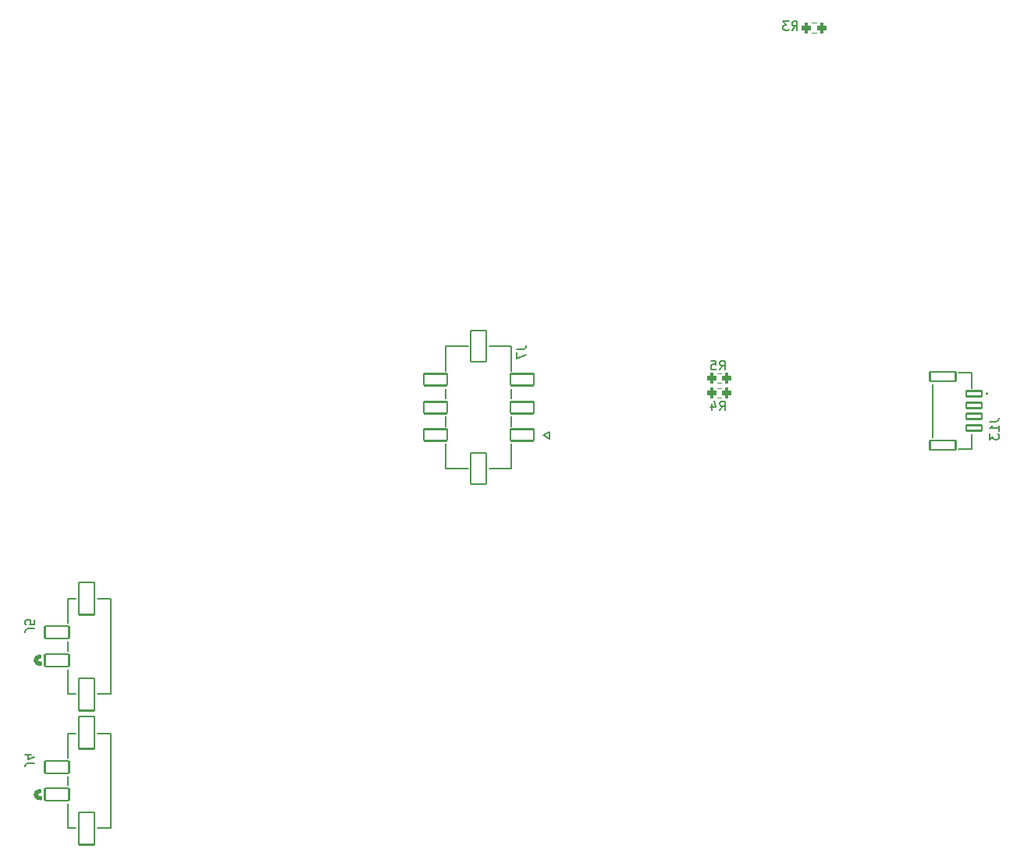
<source format=gbo>
G04 #@! TF.GenerationSoftware,KiCad,Pcbnew,7.0.6*
G04 #@! TF.CreationDate,2024-01-11T23:04:39-08:00*
G04 #@! TF.ProjectId,midplate,6d696470-6c61-4746-952e-6b696361645f,rev?*
G04 #@! TF.SameCoordinates,Original*
G04 #@! TF.FileFunction,Legend,Bot*
G04 #@! TF.FilePolarity,Positive*
%FSLAX46Y46*%
G04 Gerber Fmt 4.6, Leading zero omitted, Abs format (unit mm)*
G04 Created by KiCad (PCBNEW 7.0.6) date 2024-01-11 23:04:39*
%MOMM*%
%LPD*%
G01*
G04 APERTURE LIST*
G04 Aperture macros list*
%AMRoundRect*
0 Rectangle with rounded corners*
0 $1 Rounding radius*
0 $2 $3 $4 $5 $6 $7 $8 $9 X,Y pos of 4 corners*
0 Add a 4 corners polygon primitive as box body*
4,1,4,$2,$3,$4,$5,$6,$7,$8,$9,$2,$3,0*
0 Add four circle primitives for the rounded corners*
1,1,$1+$1,$2,$3*
1,1,$1+$1,$4,$5*
1,1,$1+$1,$6,$7*
1,1,$1+$1,$8,$9*
0 Add four rect primitives between the rounded corners*
20,1,$1+$1,$2,$3,$4,$5,0*
20,1,$1+$1,$4,$5,$6,$7,0*
20,1,$1+$1,$6,$7,$8,$9,0*
20,1,$1+$1,$8,$9,$2,$3,0*%
G04 Aperture macros list end*
%ADD10C,0.150000*%
%ADD11C,0.120000*%
%ADD12C,0.152400*%
%ADD13C,0.508000*%
%ADD14C,0.127000*%
%ADD15C,0.200000*%
%ADD16RoundRect,0.301600X-0.200000X-0.275000X0.200000X-0.275000X0.200000X0.275000X-0.200000X0.275000X0*%
%ADD17R,1.700000X1.700000*%
%ADD18O,1.700000X1.700000*%
%ADD19C,3.903200*%
%ADD20C,6.403200*%
%ADD21C,4.700000*%
%ADD22C,0.903200*%
%ADD23RoundRect,0.102000X1.387500X-1.387500X1.387500X1.387500X-1.387500X1.387500X-1.387500X-1.387500X0*%
%ADD24C,2.979000*%
%ADD25C,2.983200*%
%ADD26RoundRect,0.102000X-0.754000X0.754000X-0.754000X-0.754000X0.754000X-0.754000X0.754000X0.754000X0*%
%ADD27C,1.712000*%
%ADD28RoundRect,0.101600X1.308100X-0.673100X1.308100X0.673100X-1.308100X0.673100X-1.308100X-0.673100X0*%
%ADD29RoundRect,0.101600X0.863600X-1.752600X0.863600X1.752600X-0.863600X1.752600X-0.863600X-1.752600X0*%
%ADD30RoundRect,0.301600X0.200000X0.275000X-0.200000X0.275000X-0.200000X-0.275000X0.200000X-0.275000X0*%
%ADD31RoundRect,0.102000X-0.850000X-0.300000X0.850000X-0.300000X0.850000X0.300000X-0.850000X0.300000X0*%
%ADD32RoundRect,0.102000X1.400000X0.500000X-1.400000X0.500000X-1.400000X-0.500000X1.400000X-0.500000X0*%
%ADD33RoundRect,0.101600X-1.270000X0.635000X-1.270000X-0.635000X1.270000X-0.635000X1.270000X0.635000X0*%
%ADD34RoundRect,0.101600X-0.825500X1.714500X-0.825500X-1.714500X0.825500X-1.714500X0.825500X1.714500X0*%
G04 APERTURE END LIST*
D10*
X189625266Y-42822019D02*
X189958599Y-42345828D01*
X190196694Y-42822019D02*
X190196694Y-41822019D01*
X190196694Y-41822019D02*
X189815742Y-41822019D01*
X189815742Y-41822019D02*
X189720504Y-41869638D01*
X189720504Y-41869638D02*
X189672885Y-41917257D01*
X189672885Y-41917257D02*
X189625266Y-42012495D01*
X189625266Y-42012495D02*
X189625266Y-42155352D01*
X189625266Y-42155352D02*
X189672885Y-42250590D01*
X189672885Y-42250590D02*
X189720504Y-42298209D01*
X189720504Y-42298209D02*
X189815742Y-42345828D01*
X189815742Y-42345828D02*
X190196694Y-42345828D01*
X189291932Y-41822019D02*
X188672885Y-41822019D01*
X188672885Y-41822019D02*
X189006218Y-42202971D01*
X189006218Y-42202971D02*
X188863361Y-42202971D01*
X188863361Y-42202971D02*
X188768123Y-42250590D01*
X188768123Y-42250590D02*
X188720504Y-42298209D01*
X188720504Y-42298209D02*
X188672885Y-42393447D01*
X188672885Y-42393447D02*
X188672885Y-42631542D01*
X188672885Y-42631542D02*
X188720504Y-42726780D01*
X188720504Y-42726780D02*
X188768123Y-42774400D01*
X188768123Y-42774400D02*
X188863361Y-42822019D01*
X188863361Y-42822019D02*
X189149075Y-42822019D01*
X189149075Y-42822019D02*
X189244313Y-42774400D01*
X189244313Y-42774400D02*
X189291932Y-42726780D01*
X181776666Y-84097019D02*
X182109999Y-83620828D01*
X182348094Y-84097019D02*
X182348094Y-83097019D01*
X182348094Y-83097019D02*
X181967142Y-83097019D01*
X181967142Y-83097019D02*
X181871904Y-83144638D01*
X181871904Y-83144638D02*
X181824285Y-83192257D01*
X181824285Y-83192257D02*
X181776666Y-83287495D01*
X181776666Y-83287495D02*
X181776666Y-83430352D01*
X181776666Y-83430352D02*
X181824285Y-83525590D01*
X181824285Y-83525590D02*
X181871904Y-83573209D01*
X181871904Y-83573209D02*
X181967142Y-83620828D01*
X181967142Y-83620828D02*
X182348094Y-83620828D01*
X180919523Y-83430352D02*
X180919523Y-84097019D01*
X181157618Y-83049400D02*
X181395713Y-83763685D01*
X181395713Y-83763685D02*
X180776666Y-83763685D01*
X107438280Y-122416333D02*
X106723995Y-122416333D01*
X106723995Y-122416333D02*
X106581138Y-122463952D01*
X106581138Y-122463952D02*
X106485900Y-122559190D01*
X106485900Y-122559190D02*
X106438280Y-122702047D01*
X106438280Y-122702047D02*
X106438280Y-122797285D01*
X107104947Y-121511571D02*
X106438280Y-121511571D01*
X107485900Y-121749666D02*
X106771614Y-121987761D01*
X106771614Y-121987761D02*
X106771614Y-121368714D01*
X181776666Y-79702819D02*
X182109999Y-79226628D01*
X182348094Y-79702819D02*
X182348094Y-78702819D01*
X182348094Y-78702819D02*
X181967142Y-78702819D01*
X181967142Y-78702819D02*
X181871904Y-78750438D01*
X181871904Y-78750438D02*
X181824285Y-78798057D01*
X181824285Y-78798057D02*
X181776666Y-78893295D01*
X181776666Y-78893295D02*
X181776666Y-79036152D01*
X181776666Y-79036152D02*
X181824285Y-79131390D01*
X181824285Y-79131390D02*
X181871904Y-79179009D01*
X181871904Y-79179009D02*
X181967142Y-79226628D01*
X181967142Y-79226628D02*
X182348094Y-79226628D01*
X180871904Y-78702819D02*
X181348094Y-78702819D01*
X181348094Y-78702819D02*
X181395713Y-79179009D01*
X181395713Y-79179009D02*
X181348094Y-79131390D01*
X181348094Y-79131390D02*
X181252856Y-79083771D01*
X181252856Y-79083771D02*
X181014761Y-79083771D01*
X181014761Y-79083771D02*
X180919523Y-79131390D01*
X180919523Y-79131390D02*
X180871904Y-79179009D01*
X180871904Y-79179009D02*
X180824285Y-79274247D01*
X180824285Y-79274247D02*
X180824285Y-79512342D01*
X180824285Y-79512342D02*
X180871904Y-79607580D01*
X180871904Y-79607580D02*
X180919523Y-79655200D01*
X180919523Y-79655200D02*
X181014761Y-79702819D01*
X181014761Y-79702819D02*
X181252856Y-79702819D01*
X181252856Y-79702819D02*
X181348094Y-79655200D01*
X181348094Y-79655200D02*
X181395713Y-79607580D01*
X211062819Y-85312042D02*
X211777104Y-85312042D01*
X211777104Y-85312042D02*
X211919961Y-85264423D01*
X211919961Y-85264423D02*
X212015200Y-85169185D01*
X212015200Y-85169185D02*
X212062819Y-85026328D01*
X212062819Y-85026328D02*
X212062819Y-84931090D01*
X212062819Y-86312042D02*
X212062819Y-85740614D01*
X212062819Y-86026328D02*
X211062819Y-86026328D01*
X211062819Y-86026328D02*
X211205676Y-85931090D01*
X211205676Y-85931090D02*
X211300914Y-85835852D01*
X211300914Y-85835852D02*
X211348533Y-85740614D01*
X211062819Y-86645376D02*
X211062819Y-87264423D01*
X211062819Y-87264423D02*
X211443771Y-86931090D01*
X211443771Y-86931090D02*
X211443771Y-87073947D01*
X211443771Y-87073947D02*
X211491390Y-87169185D01*
X211491390Y-87169185D02*
X211539009Y-87216804D01*
X211539009Y-87216804D02*
X211634247Y-87264423D01*
X211634247Y-87264423D02*
X211872342Y-87264423D01*
X211872342Y-87264423D02*
X211967580Y-87216804D01*
X211967580Y-87216804D02*
X212015200Y-87169185D01*
X212015200Y-87169185D02*
X212062819Y-87073947D01*
X212062819Y-87073947D02*
X212062819Y-86788233D01*
X212062819Y-86788233D02*
X212015200Y-86692995D01*
X212015200Y-86692995D02*
X211967580Y-86645376D01*
X107438280Y-107811333D02*
X106723995Y-107811333D01*
X106723995Y-107811333D02*
X106581138Y-107858952D01*
X106581138Y-107858952D02*
X106485900Y-107954190D01*
X106485900Y-107954190D02*
X106438280Y-108097047D01*
X106438280Y-108097047D02*
X106438280Y-108192285D01*
X107438280Y-106858952D02*
X107438280Y-107335142D01*
X107438280Y-107335142D02*
X106962090Y-107382761D01*
X106962090Y-107382761D02*
X107009709Y-107335142D01*
X107009709Y-107335142D02*
X107057328Y-107239904D01*
X107057328Y-107239904D02*
X107057328Y-107001809D01*
X107057328Y-107001809D02*
X107009709Y-106906571D01*
X107009709Y-106906571D02*
X106962090Y-106858952D01*
X106962090Y-106858952D02*
X106866852Y-106811333D01*
X106866852Y-106811333D02*
X106628757Y-106811333D01*
X106628757Y-106811333D02*
X106533519Y-106858952D01*
X106533519Y-106858952D02*
X106485900Y-106906571D01*
X106485900Y-106906571D02*
X106438280Y-107001809D01*
X106438280Y-107001809D02*
X106438280Y-107239904D01*
X106438280Y-107239904D02*
X106485900Y-107335142D01*
X106485900Y-107335142D02*
X106533519Y-107382761D01*
X159789469Y-77439166D02*
X160503754Y-77439166D01*
X160503754Y-77439166D02*
X160646611Y-77391547D01*
X160646611Y-77391547D02*
X160741850Y-77296309D01*
X160741850Y-77296309D02*
X160789469Y-77153452D01*
X160789469Y-77153452D02*
X160789469Y-77058214D01*
X159789469Y-77820119D02*
X159789469Y-78486785D01*
X159789469Y-78486785D02*
X160789469Y-78058214D01*
D11*
X191786742Y-43067500D02*
X192261258Y-43067500D01*
X191786742Y-42022500D02*
X192261258Y-42022500D01*
X181488742Y-81103200D02*
X181963258Y-81103200D01*
X181488742Y-80058200D02*
X181963258Y-80058200D01*
D12*
X115709700Y-129463800D02*
X114289840Y-129463800D01*
X111897160Y-129463800D02*
X111086900Y-129463800D01*
X111086900Y-129463800D02*
X111086900Y-126838840D01*
X111086900Y-124827160D02*
X111086900Y-123838841D01*
X111086900Y-121827161D02*
X111086900Y-119202200D01*
X115709700Y-119202200D02*
X115709700Y-129463800D01*
X114289840Y-119202200D02*
X115709700Y-119202200D01*
X111086900Y-119202200D02*
X111897160Y-119202200D01*
D13*
X107988100Y-125452001D02*
G75*
G03*
X108074460Y-126204082I0J-380999D01*
G01*
D11*
X181963258Y-81709200D02*
X181488742Y-81709200D01*
X181963258Y-82754200D02*
X181488742Y-82754200D01*
D14*
X209150000Y-88286566D02*
X209150000Y-86661566D01*
X207720000Y-88286566D02*
X209150000Y-88286566D01*
X204900000Y-87061566D02*
X204900000Y-81261566D01*
X209150000Y-81661566D02*
X209150000Y-80036566D01*
X207720000Y-80036566D02*
X209150000Y-80036566D01*
D15*
X210900000Y-82286566D02*
G75*
G03*
X210900000Y-82286566I-100000J0D01*
G01*
D12*
X115709700Y-114858800D02*
X114289840Y-114858800D01*
X111897160Y-114858800D02*
X111086900Y-114858800D01*
X111086900Y-114858800D02*
X111086900Y-112233840D01*
X111086900Y-110222160D02*
X111086900Y-109233841D01*
X111086900Y-107222161D02*
X111086900Y-104597200D01*
X115709700Y-104597200D02*
X115709700Y-114858800D01*
X114289840Y-104597200D02*
X115709700Y-104597200D01*
X111086900Y-104597200D02*
X111897160Y-104597200D01*
D13*
X107988100Y-110847001D02*
G75*
G03*
X108074460Y-111599082I0J-380999D01*
G01*
D12*
X152078650Y-77143101D02*
X154476410Y-77143101D01*
X156792890Y-77143101D02*
X159190650Y-77143101D01*
X159190650Y-77143101D02*
X159190650Y-79804762D01*
X152078650Y-79804762D02*
X152078650Y-77143101D01*
X159190650Y-81740242D02*
X159190650Y-82804761D01*
X152078650Y-82804761D02*
X152078650Y-81740242D01*
X159190650Y-84740241D02*
X159190650Y-85804760D01*
X152078650Y-85804760D02*
X152078650Y-84740241D01*
D14*
X163329650Y-86417500D02*
X163329650Y-87217500D01*
X162629650Y-86817500D02*
X163329650Y-86417500D01*
X163329650Y-87217500D02*
X162629650Y-86817500D01*
D12*
X159190650Y-87740240D02*
X159190650Y-90401901D01*
X152078650Y-90401901D02*
X152078650Y-87740240D01*
X154476410Y-90401901D02*
X152078650Y-90401901D01*
X159190650Y-90401901D02*
X156792890Y-90401901D01*
%LPC*%
D16*
X191199000Y-42545000D03*
X192849000Y-42545000D03*
D17*
X195448000Y-42926000D03*
D18*
X197988000Y-42926000D03*
D19*
X86796621Y-49459321D03*
X79596621Y-49459321D03*
D20*
X101600000Y-108484000D03*
D21*
X176611096Y-16532860D03*
D22*
X149511000Y-22468000D03*
X149511000Y-25468000D03*
X149511000Y-28468000D03*
X149511000Y-31468000D03*
X151011000Y-23968000D03*
X151011000Y-26968000D03*
X151011000Y-29968000D03*
X152511000Y-22468000D03*
X152511000Y-25468000D03*
X152511000Y-28468000D03*
X152511000Y-31468000D03*
X154011000Y-23968000D03*
X154011000Y-26968000D03*
X154011000Y-29968000D03*
X155511000Y-22468000D03*
X155511000Y-25468000D03*
X155511000Y-28468000D03*
X155511000Y-31468000D03*
D21*
X215465590Y-109216005D03*
X63532842Y-59880142D03*
X202611067Y-125968345D03*
D20*
X159600900Y-16532860D03*
D21*
X93526349Y-97476702D03*
X93526349Y-67516719D03*
X197574411Y-97476702D03*
X62863132Y-92880142D03*
X227297158Y-75880142D03*
X227966868Y-92880142D03*
X214157936Y-17096280D03*
X166350214Y-146903559D03*
D20*
X101600000Y-16532860D03*
D21*
X202611096Y-16532860D03*
X197574411Y-84161566D03*
X63532842Y-83880142D03*
X227297158Y-67880142D03*
X227297158Y-59880142D03*
D20*
X189230000Y-125984000D03*
D19*
X211408697Y-49459321D03*
X204208697Y-49459321D03*
D21*
X145415000Y-149659732D03*
D23*
X200039500Y-32258000D03*
D24*
X200039500Y-39258000D03*
D20*
X101600000Y-65537080D03*
D21*
X219473333Y-84161566D03*
D20*
X101600000Y-125984000D03*
X101600000Y-117234000D03*
D21*
X76672065Y-17096280D03*
X63532842Y-75880142D03*
X104971273Y-138822868D03*
D25*
X77040000Y-39504000D03*
X80440000Y-39504000D03*
X77040000Y-29584000D03*
X80440000Y-29584000D03*
D21*
X93526349Y-84161566D03*
X88218905Y-16532860D03*
D20*
X189230000Y-86614000D03*
D21*
X71576849Y-67516719D03*
D20*
X189230000Y-76200000D03*
D21*
X71576849Y-97476702D03*
X219473333Y-97476702D03*
X227297158Y-83880142D03*
X75364410Y-109216005D03*
X185858727Y-138822868D03*
X124479786Y-146903559D03*
X114218905Y-16532860D03*
X197574411Y-67516719D03*
X71576849Y-84161566D03*
X219473333Y-67516719D03*
D26*
X189975000Y-32147500D03*
D27*
X189975000Y-34647500D03*
X189975000Y-37147500D03*
X189975000Y-39647500D03*
D21*
X88218933Y-125968345D03*
D20*
X189230000Y-104184000D03*
D21*
X63532842Y-67880142D03*
D20*
X101600000Y-76200000D03*
D16*
X180901000Y-80580700D03*
X182551000Y-80580700D03*
D28*
X109893100Y-125833000D03*
X109893100Y-122833001D03*
D29*
X113093500Y-129540000D03*
X113093500Y-119126000D03*
D30*
X182551000Y-82231700D03*
X180901000Y-82231700D03*
D31*
X209350000Y-82286566D03*
X209350000Y-83536566D03*
X209350000Y-84786566D03*
X209350000Y-86036566D03*
D32*
X206000000Y-87886566D03*
X206000000Y-80436566D03*
D28*
X109893100Y-111228000D03*
X109893100Y-108228001D03*
D29*
X113093500Y-114935000D03*
X113093500Y-104521000D03*
D33*
X160334651Y-86772500D03*
X160334651Y-83772501D03*
X160334651Y-80772502D03*
X150934650Y-86772500D03*
X150934650Y-83772501D03*
X150934650Y-80772502D03*
D34*
X155634650Y-77137501D03*
X155634650Y-90407501D03*
%LPD*%
M02*

</source>
